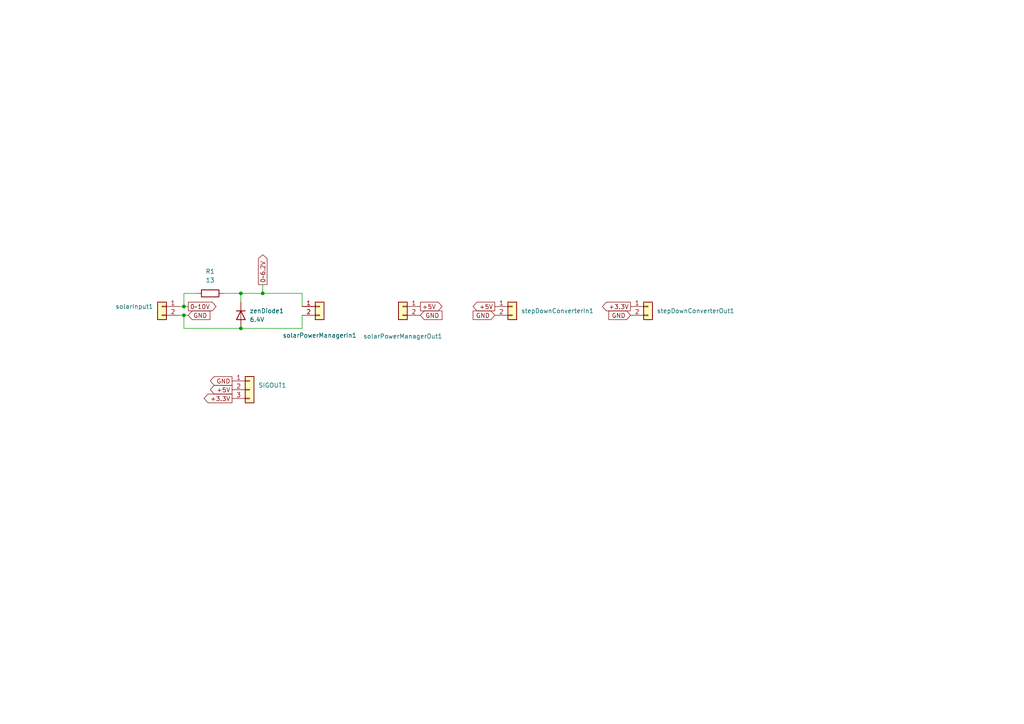
<source format=kicad_sch>
(kicad_sch (version 20231120) (generator "eeschema") (generator_version "8.0")
  (paper "A4")
  (lib_symbols
    (symbol "Connector_Generic:Conn_01x02" (pin_names (offset 1.016) hide)
      (property "Reference" "J" (at 0 2.54 0))
      (property "Value" "Conn_01x02" (at 0 -5.08 0))
      (symbol "Conn_01x02_1_1"
        (rectangle (start -1.27 -2.413) (end 0 -2.667) (stroke (width 0.1524)))
        (rectangle (start -1.27 0.127) (end 0 -0.127) (stroke (width 0.1524)))
        (rectangle (start -1.27 1.27) (end 1.27 -3.81) (stroke (width 0.254)) (fill (type background)))
        (pin passive line (at -5.08 0 0) (length 3.81) (name "Pin_1") (number "1"))
        (pin passive line (at -5.08 -2.54 0) (length 3.81) (name "Pin_2") (number "2"))
      )
    )
    (symbol "Connector_Generic:Conn_01x03" (pin_names (offset 1.016) hide)
      (property "Reference" "J" (at 0 5.08 0))
      (property "Value" "Conn_01x03" (at 0 -5.08 0))
      (symbol "Conn_01x03_1_1"
        (rectangle (start -1.27 -2.413) (end 0 -2.667) (stroke (width 0.1524)))
        (rectangle (start -1.27 0.127) (end 0 -0.127) (stroke (width 0.1524)))
        (rectangle (start -1.27 2.667) (end 0 2.413) (stroke (width 0.1524)))
        (rectangle (start -1.27 3.81) (end 1.27 -3.81) (stroke (width 0.254)) (fill (type background)))
        (pin passive line (at -5.08 2.54 0) (length 3.81) (name "Pin_1") (number "1"))
        (pin passive line (at -5.08 0 0) (length 3.81) (name "Pin_2") (number "2"))
        (pin passive line (at -5.08 -2.54 0) (length 3.81) (name "Pin_3") (number "3"))
      )
    )
    (symbol "Device:D" (pin_numbers hide) (pin_names (offset 1.016) hide)
      (property "Reference" "D" (at 0 2.54 0))
      (property "Value" "D" (at 0 -2.54 0))
      (symbol "D_0_1"
        (polyline (pts (xy -1.27 1.27) (xy -1.27 -1.27)) (stroke (width 0.254)))
        (polyline (pts (xy 1.27 0) (xy -1.27 0)))
        (polyline (pts (xy 1.27 1.27) (xy 1.27 -1.27) (xy -1.27 0) (xy 1.27 1.27)) (stroke (width 0.254)))
      )
      (symbol "D_1_1"
        (pin passive line (at -3.81 0 0) (length 2.54) (name "K") (number "1"))
        (pin passive line (at 3.81 0 180) (length 2.54) (name "A") (number "2"))
      )
    )
    (symbol "Device:R" (pin_numbers hide) (pin_names (offset 0))
      (property "Reference" "R" (at 2.032 0 90))
      (property "Value" "R" (at 0 0 90))
      (symbol "R_0_1"
        (rectangle (start -1.016 -2.54) (end 1.016 2.54) (stroke (width 0.254)))
      )
      (symbol "R_1_1"
        (pin passive line (at 0 3.81 270) (length 1.27) (name "~") (number "1"))
        (pin passive line (at 0 -3.81 90) (length 1.27) (name "~") (number "2"))
      )
    )
  )
  (junction (at 53.34 88.9))
  (junction (at 76.2 85.09))
  (junction (at 53.34 91.44))
  (junction (at 69.85 95.25))
  (junction (at 69.85 85.09))
  (wire (pts (xy 69.85 85.09) (xy 76.2 85.09)))
  (wire (pts (xy 52.07 91.44) (xy 53.34 91.44)))
  (wire (pts (xy 53.34 85.09) (xy 57.15 85.09)))
  (wire (pts (xy 76.2 82.55) (xy 76.2 85.09)))
  (wire (pts (xy 53.34 88.9) (xy 54.61 88.9)))
  (wire (pts (xy 69.85 85.09) (xy 69.85 87.63)))
  (wire (pts (xy 53.34 88.9) (xy 53.34 85.09)))
  (wire (pts (xy 69.85 95.25) (xy 87.63 95.25)))
  (wire (pts (xy 64.77 85.09) (xy 69.85 85.09)))
  (wire (pts (xy 53.34 91.44) (xy 53.34 95.25)))
  (wire (pts (xy 87.63 91.44) (xy 87.63 95.25)))
  (wire (pts (xy 87.63 85.09) (xy 87.63 88.9)))
  (wire (pts (xy 52.07 88.9) (xy 53.34 88.9)))
  (wire (pts (xy 53.34 95.25) (xy 69.85 95.25)))
  (wire (pts (xy 53.34 91.44) (xy 54.61 91.44)))
  (wire (pts (xy 76.2 85.09) (xy 87.63 85.09)))
  (global_label "+5V" (shape output) (at 143.51 88.9 180) (property "Intersheetrefs" "${INTERSHEET_REFS}" (effects (hide yes))))
  (global_label "GND" (shape input) (at 54.61 91.44 0) (property "Intersheetrefs" "${INTERSHEET_REFS}" (effects (hide yes))))
  (global_label "GND" (shape input) (at 182.88 91.44 180) (property "Intersheetrefs" "${INTERSHEET_REFS}" (effects (hide yes))))
  (global_label "0~10V" (shape output) (at 54.61 88.9 0) (property "Intersheetrefs" "${INTERSHEET_REFS}" (effects (hide yes))))
  (global_label "+3.3V" (shape output) (at 182.88 88.9 180) (property "Intersheetrefs" "${INTERSHEET_REFS}" (effects (hide yes))))
  (global_label "GND" (shape output) (at 67.31 110.49 180) (property "Intersheetrefs" "${INTERSHEET_REFS}" (effects (hide yes))))
  (global_label "+3.3V" (shape output) (at 67.31 115.57 180) (property "Intersheetrefs" "${INTERSHEET_REFS}" (effects (hide yes))))
  (global_label "GND" (shape input) (at 121.92 91.44 0) (property "Intersheetrefs" "${INTERSHEET_REFS}" (effects (hide yes))))
  (global_label "+5V" (shape output) (at 121.92 88.9 0) (property "Intersheetrefs" "${INTERSHEET_REFS}" (effects (hide yes))))
  (global_label "GND" (shape input) (at 143.51 91.44 180) (property "Intersheetrefs" "${INTERSHEET_REFS}" (effects (hide yes))))
  (global_label "+5V" (shape output) (at 67.31 113.03 180) (property "Intersheetrefs" "${INTERSHEET_REFS}" (effects (hide yes))))
  (global_label "0~6.2V" (shape output) (at 76.2 82.55 90) (property "Intersheetrefs" "${INTERSHEET_REFS}" (effects (hide yes))))
  (symbol (lib_id "Connector_Generic:Conn_01x02") (at 92.71 88.9 0) (unit 1)
    (property "Reference" "solarPowerManagerIn1" (at 92.71 97.282 0))
    (property "Value" "Conn_01x02" (effects (hide yes)))
    (property "Footprint" "Connector_PinHeader_2.54mm:PinHeader_1x02_P2.54mm_Vertical" (effects (hide yes)))
    (property "Description" "Generic connector, single row, 01x02, script generated (kicad-library-utils/schlib/autogen/connector/)" (effects (hide yes)))
  )
  (symbol (lib_id "Connector_Generic:Conn_01x02") (at 46.99 88.9 0) (mirror y) (unit 1)
    (property "Reference" "solarInput1" (at 44.45 88.8999 0) (effects (justify left)))
    (property "Value" "Conn_01x02" (effects (hide yes)))
    (property "Footprint" "Connector_PinHeader_2.54mm:PinHeader_1x02_P2.54mm_Vertical" (effects (hide yes)))
    (property "Description" "Generic connector, single row, 01x02, script generated (kicad-library-utils/schlib/autogen/connector/)" (effects (hide yes)))
  )
  (symbol (lib_id "Device:D") (at 69.85 91.44 270) (unit 1)
    (property "Reference" "zenDiode1" (at 72.39 90.1699 90) (effects (justify left)))
    (property "Value" "6.4V" (at 72.39 92.7099 90) (effects (justify left)))
    (property "Footprint" "Diode_THT:D_DO-41_SOD81_P7.62mm_Horizontal" (effects (hide yes)))
    (property "Description" "Diode" (effects (hide yes)))
    (property "Sim.Device" "D" (effects (hide yes)))
    (property "Sim.Pins" "1=K 2=A" (effects (hide yes)))
  )
  (symbol (lib_id "Connector_Generic:Conn_01x02") (at 148.59 88.9 0) (unit 1)
    (property "Reference" "stepDownConverterIn1" (at 151.13 90.1699 0) (effects (justify left)))
    (property "Value" "Conn_01x02" (effects (hide yes)))
    (property "Footprint" "Connector_PinHeader_2.54mm:PinHeader_1x02_P2.54mm_Vertical" (effects (hide yes)))
    (property "Description" "Generic connector, single row, 01x02, script generated (kicad-library-utils/schlib/autogen/connector/)" (effects (hide yes)))
  )
  (symbol (lib_id "Connector_Generic:Conn_01x02") (at 116.84 88.9 0) (mirror y) (unit 1)
    (property "Reference" "solarPowerManagerOut1" (at 116.84 97.536 0))
    (property "Value" "Conn_01x02" (effects (hide yes)))
    (property "Footprint" "Connector_PinHeader_2.54mm:PinHeader_1x02_P2.54mm_Vertical" (effects (hide yes)))
    (property "Description" "Generic connector, single row, 01x02, script generated (kicad-library-utils/schlib/autogen/connector/)" (effects (hide yes)))
  )
  (symbol (lib_id "Device:R") (at 60.96 85.09 90) (unit 1)
    (property "Reference" "R1" (at 60.96 78.74 90))
    (property "Value" "13" (at 60.96 81.28 90))
    (property "Footprint" "Resistor_THT:R_Axial_DIN0204_L3.6mm_D1.6mm_P7.62mm_Horizontal" (effects (hide yes)))
    (property "Description" "Resistor" (effects (hide yes)))
  )
  (symbol (lib_id "Connector_Generic:Conn_01x02") (at 187.96 88.9 0) (unit 1)
    (property "Reference" "stepDownConverterOut1" (at 190.5 90.1699 0) (effects (justify left)))
    (property "Value" "Conn_01x02" (effects (hide yes)))
    (property "Footprint" "Connector_PinHeader_2.54mm:PinHeader_1x02_P2.54mm_Vertical" (effects (hide yes)))
    (property "Description" "Generic connector, single row, 01x02, script generated (kicad-library-utils/schlib/autogen/connector/)" (effects (hide yes)))
  )
  (symbol (lib_id "Connector_Generic:Conn_01x03") (at 72.39 113.03 0) (unit 1)
    (property "Reference" "SIGOUT1" (at 74.93 111.7599 0) (effects (justify left)))
    (property "Value" "Conn_01x03" (effects (hide yes)))
    (property "Footprint" "Connector_PinHeader_2.54mm:PinHeader_1x03_P2.54mm_Vertical" (effects (hide yes)))
    (property "Description" "Generic connector, single row, 01x03, script generated (kicad-library-utils/schlib/autogen/connector/)" (effects (hide yes)))
  )
)
</source>
